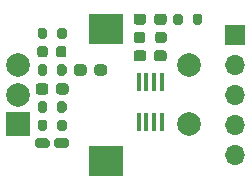
<source format=gbr>
%TF.GenerationSoftware,KiCad,Pcbnew,5.1.12-1.fc35*%
%TF.CreationDate,2021-11-27T14:33:04+00:00*%
%TF.ProjectId,kiCAD_TriSchmittPanelMount_v003,6b694341-445f-4547-9269-5363686d6974,rev?*%
%TF.SameCoordinates,Original*%
%TF.FileFunction,Soldermask,Top*%
%TF.FilePolarity,Negative*%
%FSLAX46Y46*%
G04 Gerber Fmt 4.6, Leading zero omitted, Abs format (unit mm)*
G04 Created by KiCad (PCBNEW 5.1.12-1.fc35) date 2021-11-27 14:33:04*
%MOMM*%
%LPD*%
G01*
G04 APERTURE LIST*
%ADD10R,0.300000X1.600000*%
%ADD11C,2.000000*%
%ADD12R,3.000000X2.500000*%
%ADD13R,2.000000X2.000000*%
%ADD14R,1.700000X1.700000*%
%ADD15O,1.700000X1.700000*%
G04 APERTURE END LIST*
D10*
%TO.C,U1*%
X205325000Y-74400000D03*
X204675000Y-74400000D03*
X204025000Y-74400000D03*
X203375000Y-74400000D03*
X203375000Y-71000000D03*
X204025000Y-71000000D03*
X204675000Y-71000000D03*
X205325000Y-71000000D03*
%TD*%
%TO.C,R6*%
G36*
G01*
X204775000Y-67487500D02*
X204775000Y-67012500D01*
G75*
G02*
X205012500Y-66775000I237500J0D01*
G01*
X205512500Y-66775000D01*
G75*
G02*
X205750000Y-67012500I0J-237500D01*
G01*
X205750000Y-67487500D01*
G75*
G02*
X205512500Y-67725000I-237500J0D01*
G01*
X205012500Y-67725000D01*
G75*
G02*
X204775000Y-67487500I0J237500D01*
G01*
G37*
G36*
G01*
X202950000Y-67487500D02*
X202950000Y-67012500D01*
G75*
G02*
X203187500Y-66775000I237500J0D01*
G01*
X203687500Y-66775000D01*
G75*
G02*
X203925000Y-67012500I0J-237500D01*
G01*
X203925000Y-67487500D01*
G75*
G02*
X203687500Y-67725000I-237500J0D01*
G01*
X203187500Y-67725000D01*
G75*
G02*
X202950000Y-67487500I0J237500D01*
G01*
G37*
%TD*%
%TO.C,R5*%
G36*
G01*
X207975000Y-65975000D02*
X207975000Y-65425000D01*
G75*
G02*
X208175000Y-65225000I200000J0D01*
G01*
X208575000Y-65225000D01*
G75*
G02*
X208775000Y-65425000I0J-200000D01*
G01*
X208775000Y-65975000D01*
G75*
G02*
X208575000Y-66175000I-200000J0D01*
G01*
X208175000Y-66175000D01*
G75*
G02*
X207975000Y-65975000I0J200000D01*
G01*
G37*
G36*
G01*
X206325000Y-65975000D02*
X206325000Y-65425000D01*
G75*
G02*
X206525000Y-65225000I200000J0D01*
G01*
X206925000Y-65225000D01*
G75*
G02*
X207125000Y-65425000I0J-200000D01*
G01*
X207125000Y-65975000D01*
G75*
G02*
X206925000Y-66175000I-200000J0D01*
G01*
X206525000Y-66175000D01*
G75*
G02*
X206325000Y-65975000I0J200000D01*
G01*
G37*
%TD*%
%TO.C,R4*%
G36*
G01*
X195633834Y-69725000D02*
X195633834Y-70275000D01*
G75*
G02*
X195433834Y-70475000I-200000J0D01*
G01*
X195033834Y-70475000D01*
G75*
G02*
X194833834Y-70275000I0J200000D01*
G01*
X194833834Y-69725000D01*
G75*
G02*
X195033834Y-69525000I200000J0D01*
G01*
X195433834Y-69525000D01*
G75*
G02*
X195633834Y-69725000I0J-200000D01*
G01*
G37*
G36*
G01*
X197283834Y-69725000D02*
X197283834Y-70275000D01*
G75*
G02*
X197083834Y-70475000I-200000J0D01*
G01*
X196683834Y-70475000D01*
G75*
G02*
X196483834Y-70275000I0J200000D01*
G01*
X196483834Y-69725000D01*
G75*
G02*
X196683834Y-69525000I200000J0D01*
G01*
X197083834Y-69525000D01*
G75*
G02*
X197283834Y-69725000I0J-200000D01*
G01*
G37*
%TD*%
%TO.C,R3*%
G36*
G01*
X196483834Y-67175000D02*
X196483834Y-66625000D01*
G75*
G02*
X196683834Y-66425000I200000J0D01*
G01*
X197083834Y-66425000D01*
G75*
G02*
X197283834Y-66625000I0J-200000D01*
G01*
X197283834Y-67175000D01*
G75*
G02*
X197083834Y-67375000I-200000J0D01*
G01*
X196683834Y-67375000D01*
G75*
G02*
X196483834Y-67175000I0J200000D01*
G01*
G37*
G36*
G01*
X194833834Y-67175000D02*
X194833834Y-66625000D01*
G75*
G02*
X195033834Y-66425000I200000J0D01*
G01*
X195433834Y-66425000D01*
G75*
G02*
X195633834Y-66625000I0J-200000D01*
G01*
X195633834Y-67175000D01*
G75*
G02*
X195433834Y-67375000I-200000J0D01*
G01*
X195033834Y-67375000D01*
G75*
G02*
X194833834Y-67175000I0J200000D01*
G01*
G37*
%TD*%
%TO.C,R2*%
G36*
G01*
X197283834Y-74398334D02*
X197283834Y-74948334D01*
G75*
G02*
X197083834Y-75148334I-200000J0D01*
G01*
X196683834Y-75148334D01*
G75*
G02*
X196483834Y-74948334I0J200000D01*
G01*
X196483834Y-74398334D01*
G75*
G02*
X196683834Y-74198334I200000J0D01*
G01*
X197083834Y-74198334D01*
G75*
G02*
X197283834Y-74398334I0J-200000D01*
G01*
G37*
G36*
G01*
X195633834Y-74398334D02*
X195633834Y-74948334D01*
G75*
G02*
X195433834Y-75148334I-200000J0D01*
G01*
X195033834Y-75148334D01*
G75*
G02*
X194833834Y-74948334I0J200000D01*
G01*
X194833834Y-74398334D01*
G75*
G02*
X195033834Y-74198334I200000J0D01*
G01*
X195433834Y-74198334D01*
G75*
G02*
X195633834Y-74398334I0J-200000D01*
G01*
G37*
%TD*%
%TO.C,R1*%
G36*
G01*
X194833834Y-73411668D02*
X194833834Y-72861668D01*
G75*
G02*
X195033834Y-72661668I200000J0D01*
G01*
X195433834Y-72661668D01*
G75*
G02*
X195633834Y-72861668I0J-200000D01*
G01*
X195633834Y-73411668D01*
G75*
G02*
X195433834Y-73611668I-200000J0D01*
G01*
X195033834Y-73611668D01*
G75*
G02*
X194833834Y-73411668I0J200000D01*
G01*
G37*
G36*
G01*
X196483834Y-73411668D02*
X196483834Y-72861668D01*
G75*
G02*
X196683834Y-72661668I200000J0D01*
G01*
X197083834Y-72661668D01*
G75*
G02*
X197283834Y-72861668I0J-200000D01*
G01*
X197283834Y-73411668D01*
G75*
G02*
X197083834Y-73611668I-200000J0D01*
G01*
X196683834Y-73611668D01*
G75*
G02*
X196483834Y-73411668I0J200000D01*
G01*
G37*
%TD*%
%TO.C,D3*%
G36*
G01*
X204700000Y-65937500D02*
X204700000Y-65462500D01*
G75*
G02*
X204937500Y-65225000I237500J0D01*
G01*
X205512500Y-65225000D01*
G75*
G02*
X205750000Y-65462500I0J-237500D01*
G01*
X205750000Y-65937500D01*
G75*
G02*
X205512500Y-66175000I-237500J0D01*
G01*
X204937500Y-66175000D01*
G75*
G02*
X204700000Y-65937500I0J237500D01*
G01*
G37*
G36*
G01*
X202950000Y-65937500D02*
X202950000Y-65462500D01*
G75*
G02*
X203187500Y-65225000I237500J0D01*
G01*
X203762500Y-65225000D01*
G75*
G02*
X204000000Y-65462500I0J-237500D01*
G01*
X204000000Y-65937500D01*
G75*
G02*
X203762500Y-66175000I-237500J0D01*
G01*
X203187500Y-66175000D01*
G75*
G02*
X202950000Y-65937500I0J237500D01*
G01*
G37*
%TD*%
%TO.C,D2*%
G36*
G01*
X195688834Y-68193750D02*
X195688834Y-68706250D01*
G75*
G02*
X195470084Y-68925000I-218750J0D01*
G01*
X195032584Y-68925000D01*
G75*
G02*
X194813834Y-68706250I0J218750D01*
G01*
X194813834Y-68193750D01*
G75*
G02*
X195032584Y-67975000I218750J0D01*
G01*
X195470084Y-67975000D01*
G75*
G02*
X195688834Y-68193750I0J-218750D01*
G01*
G37*
G36*
G01*
X197263834Y-68193750D02*
X197263834Y-68706250D01*
G75*
G02*
X197045084Y-68925000I-218750J0D01*
G01*
X196607584Y-68925000D01*
G75*
G02*
X196388834Y-68706250I0J218750D01*
G01*
X196388834Y-68193750D01*
G75*
G02*
X196607584Y-67975000I218750J0D01*
G01*
X197045084Y-67975000D01*
G75*
G02*
X197263834Y-68193750I0J-218750D01*
G01*
G37*
%TD*%
%TO.C,D1*%
G36*
G01*
X197463834Y-75987500D02*
X197463834Y-76412500D01*
G75*
G02*
X197251334Y-76625000I-212500J0D01*
G01*
X196451334Y-76625000D01*
G75*
G02*
X196238834Y-76412500I0J212500D01*
G01*
X196238834Y-75987500D01*
G75*
G02*
X196451334Y-75775000I212500J0D01*
G01*
X197251334Y-75775000D01*
G75*
G02*
X197463834Y-75987500I0J-212500D01*
G01*
G37*
G36*
G01*
X195838834Y-75987500D02*
X195838834Y-76412500D01*
G75*
G02*
X195626334Y-76625000I-212500J0D01*
G01*
X194826334Y-76625000D01*
G75*
G02*
X194613834Y-76412500I0J212500D01*
G01*
X194613834Y-75987500D01*
G75*
G02*
X194826334Y-75775000I212500J0D01*
G01*
X195626334Y-75775000D01*
G75*
G02*
X195838834Y-75987500I0J-212500D01*
G01*
G37*
%TD*%
%TO.C,C3*%
G36*
G01*
X204675000Y-69037500D02*
X204675000Y-68562500D01*
G75*
G02*
X204912500Y-68325000I237500J0D01*
G01*
X205512500Y-68325000D01*
G75*
G02*
X205750000Y-68562500I0J-237500D01*
G01*
X205750000Y-69037500D01*
G75*
G02*
X205512500Y-69275000I-237500J0D01*
G01*
X204912500Y-69275000D01*
G75*
G02*
X204675000Y-69037500I0J237500D01*
G01*
G37*
G36*
G01*
X202950000Y-69037500D02*
X202950000Y-68562500D01*
G75*
G02*
X203187500Y-68325000I237500J0D01*
G01*
X203787500Y-68325000D01*
G75*
G02*
X204025000Y-68562500I0J-237500D01*
G01*
X204025000Y-69037500D01*
G75*
G02*
X203787500Y-69275000I-237500J0D01*
G01*
X203187500Y-69275000D01*
G75*
G02*
X202950000Y-69037500I0J237500D01*
G01*
G37*
%TD*%
%TO.C,C2*%
G36*
G01*
X198975000Y-69762500D02*
X198975000Y-70237500D01*
G75*
G02*
X198737500Y-70475000I-237500J0D01*
G01*
X198137500Y-70475000D01*
G75*
G02*
X197900000Y-70237500I0J237500D01*
G01*
X197900000Y-69762500D01*
G75*
G02*
X198137500Y-69525000I237500J0D01*
G01*
X198737500Y-69525000D01*
G75*
G02*
X198975000Y-69762500I0J-237500D01*
G01*
G37*
G36*
G01*
X200700000Y-69762500D02*
X200700000Y-70237500D01*
G75*
G02*
X200462500Y-70475000I-237500J0D01*
G01*
X199862500Y-70475000D01*
G75*
G02*
X199625000Y-70237500I0J237500D01*
G01*
X199625000Y-69762500D01*
G75*
G02*
X199862500Y-69525000I237500J0D01*
G01*
X200462500Y-69525000D01*
G75*
G02*
X200700000Y-69762500I0J-237500D01*
G01*
G37*
%TD*%
%TO.C,C1*%
G36*
G01*
X194658834Y-71837500D02*
X194658834Y-71362500D01*
G75*
G02*
X194896334Y-71125000I237500J0D01*
G01*
X195496334Y-71125000D01*
G75*
G02*
X195733834Y-71362500I0J-237500D01*
G01*
X195733834Y-71837500D01*
G75*
G02*
X195496334Y-72075000I-237500J0D01*
G01*
X194896334Y-72075000D01*
G75*
G02*
X194658834Y-71837500I0J237500D01*
G01*
G37*
G36*
G01*
X196383834Y-71837500D02*
X196383834Y-71362500D01*
G75*
G02*
X196621334Y-71125000I237500J0D01*
G01*
X197221334Y-71125000D01*
G75*
G02*
X197458834Y-71362500I0J-237500D01*
G01*
X197458834Y-71837500D01*
G75*
G02*
X197221334Y-72075000I-237500J0D01*
G01*
X196621334Y-72075000D01*
G75*
G02*
X196383834Y-71837500I0J237500D01*
G01*
G37*
%TD*%
D11*
%TO.C,SW1*%
X207650000Y-69600000D03*
X207650000Y-74600000D03*
D12*
X200650000Y-66500000D03*
X200650000Y-77700000D03*
D11*
X193150000Y-69600000D03*
X193150000Y-72100000D03*
D13*
X193150000Y-74600000D03*
%TD*%
D14*
%TO.C,J1*%
X211500000Y-67025000D03*
D15*
X211500000Y-69565000D03*
X211500000Y-72105000D03*
X211500000Y-74645000D03*
X211500000Y-77185000D03*
%TD*%
M02*

</source>
